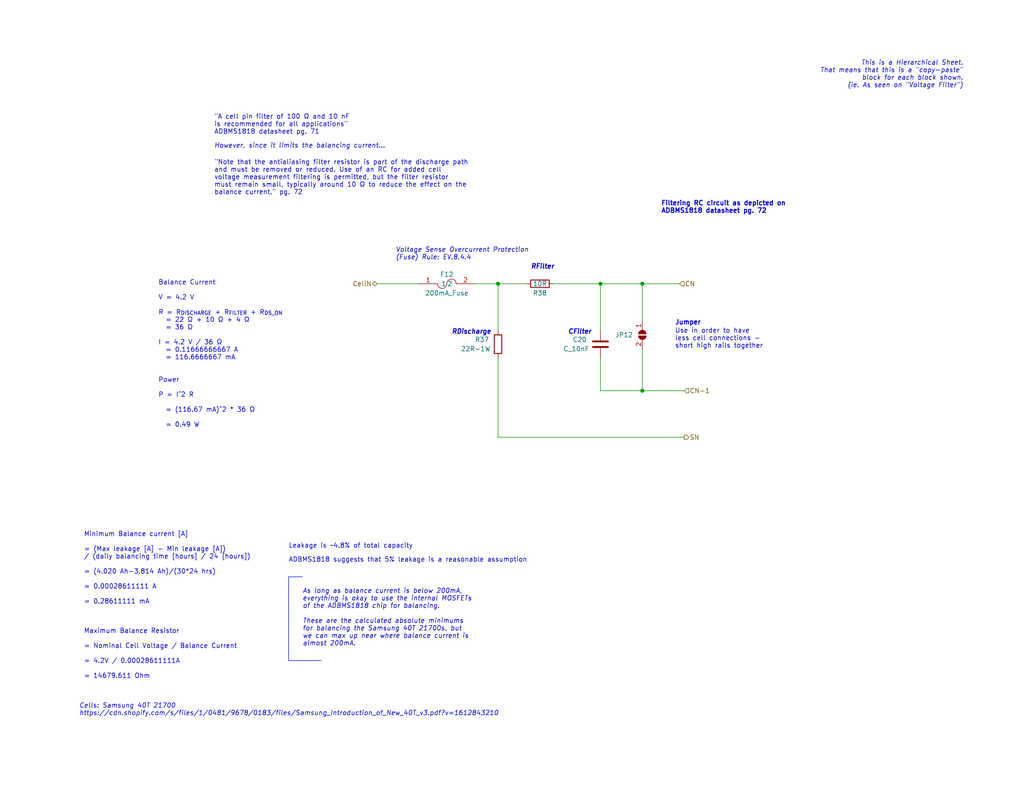
<source format=kicad_sch>
(kicad_sch (version 20250114) (generator "eeschema") (generator_version "9.0")
  (paper "A")
  (title_block (title "MkVI BMS Cell Supervisory Circuit") (date "2022-12-04") (rev "0") (company "Olin Electric Motorsports"))
  (lib_symbols
    (symbol "Jumper:SolderJumper_2_Open" (pin_names (offset 0) (hide yes))
      (property "Reference" "JP" (at 0 2.032 0))
      (property "Value" "SolderJumper_2_Open" (at 0 -2.54 0))
      (symbol "SolderJumper_2_Open_0_1"
        (polyline (pts (xy -0.254 1.016) (xy -0.254 -1.016)))
        (arc (start -0.254 -1.016) (mid -1.2656 0) (end -0.254 1.016))
        (arc (start -0.254 -1.016) (mid -1.2656 0) (end -0.254 1.016) (fill (type outline)))
        (arc (start 0.254 1.016) (mid 1.2656 0) (end 0.254 -1.016))
        (arc (start 0.254 1.016) (mid 1.2656 0) (end 0.254 -1.016) (fill (type outline)))
        (polyline (pts (xy 0.254 1.016) (xy 0.254 -1.016)))
      )
      (symbol "SolderJumper_2_Open_1_1"
        (pin passive line (at -3.81 0 0) (length 2.54) (name "A") (number "1"))
        (pin passive line (at 3.81 0 180) (length 2.54) (name "B") (number "2"))
      )
    )
    (symbol "OEM:10R" (pin_numbers (hide yes)) (pin_names (offset 0))
      (property "Reference" "R" (at 2.032 0 90))
      (property "Value" "10R" (at 0 0 90))
      (symbol "10R_0_1"
        (rectangle (start -1.016 -2.54) (end 1.016 2.54) (stroke (width 0.254)))
      )
      (symbol "10R_1_1"
        (pin passive line (at 0 3.81 270) (length 1.27) (name "~") (number "1"))
        (pin passive line (at 0 -3.81 90) (length 1.27) (name "~") (number "2"))
      )
    )
    (symbol "OEM:10nF" (pin_numbers (hide yes)) (pin_names (offset 0.254))
      (property "Reference" "C" (at 0.635 2.54 0))
      (property "Value" "10nF" (at 0.635 -2.54 0))
      (symbol "10nF_0_1"
        (polyline (pts (xy -2.032 0.762) (xy 2.032 0.762)) (stroke (width 0.508)))
        (polyline (pts (xy -2.032 -0.762) (xy 2.032 -0.762)) (stroke (width 0.508)))
      )
      (symbol "10nF_1_1"
        (pin passive line (at 0 3.81 270) (length 2.794) (name "~") (number "1"))
        (pin passive line (at 0 -3.81 90) (length 2.794) (name "~") (number "2"))
      )
    )
    (symbol "OEM:22R-1W" (pin_numbers (hide yes)) (pin_names (offset 0))
      (property "Reference" "R" (at -6.35 0 90))
      (property "Value" "22R-1W" (at -3.81 0 90))
      (symbol "22R-1W_0_1"
        (rectangle (start -1.016 -2.54) (end 1.016 2.54) (stroke (width 0.254)))
      )
      (symbol "22R-1W_1_1"
        (pin passive line (at 0 3.81 270) (length 1.27) (name "~") (number "1"))
        (pin passive line (at 0 -3.81 90) (length 1.27) (name "~") (number "2"))
      )
    )
    (symbol "OEM:F_200mA_125V" (pin_names (offset 1.016))
      (property "Reference" "F" (at 0 3.81 0))
      (property "Value" "F_200mA_125V" (at 0 -3.81 0))
      (symbol "F_200mA_125V_0_1"
        (arc (start 0 0) (mid -1.27 -1.2645) (end -2.54 0))
        (arc (start 0 0) (mid 0.3592 0.9108) (end 1.27 1.27))
        (arc (start 1.27 1.27) (mid 2.1808 0.9108) (end 2.54 0))
      )
      (symbol "F_200mA_125V_1_1"
        (pin input line (at -7.62 0 0) (length 5.08) (name "1") (number "1"))
        (pin input line (at 7.62 0 180) (length 5.08) (name "2") (number "2"))
      )
    )
  )
  (text "RDischarge" (at 123.19 91.44 0) (effects (font (size 1.27 1.27) (bold yes) (italic yes)) (justify left bottom)))
  (text "Leakage is ~4.8% of total capacity" (at 78.74 149.86 0) (effects (font (size 1.27 1.27)) (justify left bottom)))
  (text "Use in order to have\nless cell connections -\nshort high rails together" (at 184.15 95.25 0) (effects (font (size 1.27 1.27)) (justify left bottom)))
  (text "\"A cell pin filter of 100 Ω and 10 nF\nis recommended for all applications\"\nADBMS1818 datasheet pg. 71" (at 58.42 36.83 0) (effects (font (size 1.27 1.27)) (justify left bottom)))
  (text "This is a Hierarchical Sheet.\nThat means that this is a \"copy-paste\"\nblock for each block shown.\n(ie. As seen on \"Voltage Filter\")" (at 262.89 24.13 0) (effects (font (size 1.27 1.27) (italic yes)) (justify right bottom)))
  (text "CFilter" (at 154.94 91.44 0) (effects (font (size 1.27 1.27) (bold yes) (italic yes)) (justify left bottom)))
  (text "\"Note that the antialiasing filter resistor is part of the discharge path\nand must be removed or reduced. Use of an RC for added cell\nvoltage measurement filtering is permitted, but the filter resistor\nmust remain small, typically around 10 Ω to reduce the effect on the\nbalance current.\" pg. 72" (at 58.42 53.34 0) (effects (font (size 1.27 1.27)) (justify left bottom)))
  (text "Maximum Balance Resistor \n\n= Nominal Cell Voltage / Balance Current\n\n= 4.2V / 0.00028611111A\n\n= 14679.611 Ohm" (at 22.86 185.42 0) (effects (font (size 1.27 1.27)) (justify left bottom)))
  (text "However, since it limits the balancing current..." (at 58.42 40.64 0) (effects (font (size 1.27 1.27) (italic yes)) (justify left bottom)))
  (text "Minimum Balance current [A]\n\n= (Max leakage [A] - Min leakage [A]) \n/ (daily balancing time [hours] / 24 [hours])\n\n= (4.020 Ah-3.814 Ah)/(30*24 hrs) \n\n= 0.00028611111 A \n\n= 0.28611111 mA" (at 22.86 165.1 0) (effects (font (size 1.27 1.27)) (justify left bottom)))
  (text "ADBMS1818 suggests that 5% leakage is a reasonable assumption" (at 78.74 153.67 0) (effects (font (size 1.27 1.27)) (justify left bottom)))
  (text "Jumper" (at 184.15 88.9 0) (effects (font (size 1.27 1.27) (thickness 0.254) (bold yes)) (justify left bottom)))
  (text "Voltage Sense Overcurrent Protection\n(Fuse) Rule: EV.8.4.4" (at 107.95 71.12 0) (effects (font (size 1.27 1.27) (italic yes)) (justify left bottom)))
  (text "As long as balance current is below 200mA,\neverything is okay to use the internal MOSFETs\nof the ADBMS1818 chip for balancing.\n\nThese are the calculated absolute minimums\nfor balancing the Samsung 40T 21700s, but\nwe can max up near where balance current is\nalmost 200mA." (at 82.55 176.53 0) (effects (font (size 1.27 1.27) (italic yes)) (justify left bottom)))
  (text "Filtering RC circuit as depicted on\nADBMS1818 datasheet pg. 72" (at 180.34 58.42 0) (effects (font (size 1.27 1.27) (thickness 0.254) (bold yes)) (justify left bottom)))
  (text "RFilter" (at 144.78 73.66 0) (effects (font (size 1.27 1.27) (bold yes) (italic yes)) (justify left bottom)))
  (text "Balance Current\n\nV = 4.2 V\n\nR = R_{DISCHARGE} + R_{FILTER} + R_{DS_ON}\n  = 22 Ω + 10 Ω + 4 Ω\n  = 36 Ω\n\nI = 4.2 V / 36 Ω\n  = 0.11666666667 A\n  = 116.6666667 mA\n\n\nPower\n\nP = I^2 R\n\n  = (116.67 mA)^2 * 36 Ω\n\n  = 0.49 W" (at 43.18 116.84 0) (effects (font (size 1.27 1.27)) (justify left bottom)))
  (text "Cells: Samsung 40T 21700\nhttps://cdn.shopify.com/s/files/1/0481/9678/0183/files/Samsung_Introduction_of_New_40T_v3.pdf?v=1612843210" (at 21.59 195.58 0) (effects (font (size 1.27 1.27) (italic yes)) (justify left bottom)))
  (junction (at 175.26 77.47))
  (junction (at 175.26 106.68))
  (junction (at 135.89 77.47))
  (junction (at 163.83 77.47))
  (polyline (pts (xy 78.74 180.34) (xy 87.63 180.34)))
  (wire (pts (xy 163.83 77.47) (xy 175.26 77.47)))
  (wire (pts (xy 163.83 97.79) (xy 163.83 106.68)))
  (wire (pts (xy 102.87 77.47) (xy 114.3 77.47)))
  (polyline (pts (xy 82.55 157.48) (xy 78.74 157.48)))
  (wire (pts (xy 135.89 119.38) (xy 135.89 97.79)))
  (wire (pts (xy 163.83 77.47) (xy 163.83 90.17)))
  (wire (pts (xy 135.89 119.38) (xy 186.69 119.38)))
  (polyline (pts (xy 78.74 157.48) (xy 78.74 180.34)))
  (wire (pts (xy 135.89 77.47) (xy 135.89 90.17)))
  (wire (pts (xy 135.89 77.47) (xy 143.51 77.47)))
  (wire (pts (xy 151.13 77.47) (xy 163.83 77.47)))
  (wire (pts (xy 175.26 95.25) (xy 175.26 106.68)))
  (wire (pts (xy 163.83 106.68) (xy 175.26 106.68)))
  (wire (pts (xy 175.26 77.47) (xy 175.26 87.63)))
  (wire (pts (xy 175.26 77.47) (xy 185.42 77.47)))
  (wire (pts (xy 175.26 106.68) (xy 186.69 106.68)))
  (wire (pts (xy 129.54 77.47) (xy 135.89 77.47)))
  (hierarchical_label "CN" (shape input) (at 185.42 77.47 0))
  (hierarchical_label "CellN" (shape bidirectional) (at 102.87 77.47 180))
  (hierarchical_label "CN-1" (shape input) (at 186.69 106.68 0))
  (hierarchical_label "SN" (shape output) (at 186.69 119.38 0))
  (symbol (lib_id "OEM:10nF") (at 163.83 93.98 0) (unit 1)
    (property "Reference" "C9" (at 156.21 92.71 0) (effects (justify left)))
    (property "Value" "C_10nF" (at 153.67 95.25 0) (effects (justify left)))
    (property "Footprint" "OEM:C_0603" (effects (hide yes)))
    (property "Datasheet" "${OEM_DIR}/parts/datasheets/samsung_CL10B103KB8NNNC.pdf" (effects (hide yes)))
    (property "MFN" "Samsung Electro-Mechanics" (effects (hide yes)))
    (property "MPN" "CL10B103KB8NNNC" (effects (hide yes)))
    (property "DKPN" "1276-1009-2-ND" (effects (hide yes)))
    (property "Package" "0603" (effects (hide yes)))
    (property "Stocked" "Reel" (effects (hide yes)))
    (property "NewDesigns" "YES" (effects (hide yes)))
    (property "Style" "SMD" (effects (hide yes)))
    (instances (project "bms_csc" (path "" (reference "C20") (unit 1)) (path "" (reference "C23") (unit 1)) (path "" (reference "C18") (unit 1)) (path "" (reference "C12") (unit 1)) (path "" (reference "C16") (unit 1)) (path "" (reference "C24") (unit 1)) (path "" (reference "C11") (unit 1)) (path "" (reference "C19") (unit 1)) (path "" (reference "C21") (unit 1)) (path "" (reference "C22") (unit 1)) (path "" (reference "C17") (unit 1)) (path "" (reference "C9") (unit 1)) (path "" (reference "C13") (unit 1)) (path "" (reference "C25") (unit 1)) (path "" (reference "C10") (unit 1)) (path "" (reference "C15") (unit 1)) (path "" (reference "C14") (unit 1)) (path "" (reference "C26") (unit 1))))
  )
  (symbol (lib_id "OEM:F_200mA_125V") (at 121.92 77.47 0) (unit 1)
    (property "Reference" "F1" (at 121.92 74.93 0))
    (property "Value" "200mA_Fuse" (at 121.92 80.01 0))
    (property "Footprint" "Fuse:Fuse_1206_3216Metric" (effects (hide yes)))
    (property "MPN" "0466.200NRHF" (effects (hide yes)))
    (property "MFN" "Littlefuse" (effects (hide yes)))
    (property "DKPN" "F5691CT-ND" (effects (hide yes)))
    (property "NewDesigns" "YES" (effects (hide yes)))
    (property "Stocked" "F5691DKR-ND" (effects (hide yes)))
    (property "Package" "1206" (effects (hide yes)))
    (property "Style" "SMD" (effects (hide yes)))
    (instances (project "bms_csc" (path "" (reference "F12") (unit 1)) (path "" (reference "F15") (unit 1)) (path "" (reference "F10") (unit 1)) (path "" (reference "F4") (unit 1)) (path "" (reference "F8") (unit 1)) (path "" (reference "F16") (unit 1)) (path "" (reference "F3") (unit 1)) (path "" (reference "F11") (unit 1)) (path "" (reference "F13") (unit 1)) (path "" (reference "F14") (unit 1)) (path "" (reference "F9") (unit 1)) (path "" (reference "F1") (unit 1)) (path "" (reference "F5") (unit 1)) (path "" (reference "F17") (unit 1)) (path "" (reference "F2") (unit 1)) (path "" (reference "F7") (unit 1)) (path "" (reference "F6") (unit 1)) (path "" (reference "F18") (unit 1))))
  )
  (symbol (lib_id "OEM:22R-1W") (at 135.89 93.98 0) (unit 1)
    (property "Reference" "R15" (at 129.54 92.71 0) (effects (justify left)))
    (property "Value" "22R-1W" (at 125.73 95.25 0) (effects (justify left)))
    (property "Footprint" "Resistor_SMD:R_2512_6332Metric" (effects (hide yes)))
    (property "Datasheet" "https://www.te.com/commerce/DocumentDelivery/DDEController?Action=srchrtrv&DocNm=1773139&DocType=DS&DocLang=English" (effects (hide yes)))
    (property "MPN" "352022RJT" (effects (hide yes)))
    (property "MFN" "TE Connectivity Passive Product" (effects (hide yes)))
    (property "DKPN" "A102515DKR-ND" (effects (hide yes)))
    (property "NewDesigns" "YES" (effects (hide yes)))
    (property "Stocked" "Digi-Reel" (effects (hide yes)))
    (property "Package" "2512" (effects (hide yes)))
    (property "Style" "SMD" (effects (hide yes)))
    (instances (project "bms_csc" (path "" (reference "R37") (unit 1)) (path "" (reference "R43") (unit 1)) (path "" (reference "R33") (unit 1)) (path "" (reference "R21") (unit 1)) (path "" (reference "R29") (unit 1)) (path "" (reference "R45") (unit 1)) (path "" (reference "R19") (unit 1)) (path "" (reference "R35") (unit 1)) (path "" (reference "R39") (unit 1)) (path "" (reference "R41") (unit 1)) (path "" (reference "R31") (unit 1)) (path "" (reference "R15") (unit 1)) (path "" (reference "R23") (unit 1)) (path "" (reference "R47") (unit 1)) (path "" (reference "R17") (unit 1)) (path "" (reference "R27") (unit 1)) (path "" (reference "R25") (unit 1)) (path "" (reference "R49") (unit 1))))
  )
  (symbol (lib_id "OEM:10R") (at 147.32 77.47 90) (unit 1)
    (property "Reference" "R16" (at 147.32 80.01 90))
    (property "Value" "10R" (at 147.32 77.47 90))
    (property "Footprint" "OEM:R_0603" (effects (hide yes)))
    (property "Datasheet" "https://www.koaspeer.com/pdfs/SG73P.pdf" (effects (hide yes)))
    (property "MFN" "KOA Speer Electronics, Inc." (effects (hide yes)))
    (property "MPN" "SG73P1JTTD100J" (effects (hide yes)))
    (property "DKPN" "2019-SG73P1JTTD100JDKR-ND" (effects (hide yes)))
    (property "NewDesigns" "YES" (effects (hide yes)))
    (property "Stocked" "Digi-Reel" (effects (hide yes)))
    (property "Package" "0603" (effects (hide yes)))
    (property "Style" "SMD" (effects (hide yes)))
    (instances (project "bms_csc" (path "" (reference "R38") (unit 1)) (path "" (reference "R44") (unit 1)) (path "" (reference "R34") (unit 1)) (path "" (reference "R22") (unit 1)) (path "" (reference "R30") (unit 1)) (path "" (reference "R46") (unit 1)) (path "" (reference "R20") (unit 1)) (path "" (reference "R36") (unit 1)) (path "" (reference "R40") (unit 1)) (path "" (reference "R42") (unit 1)) (path "" (reference "R32") (unit 1)) (path "" (reference "R16") (unit 1)) (path "" (reference "R24") (unit 1)) (path "" (reference "R48") (unit 1)) (path "" (reference "R18") (unit 1)) (path "" (reference "R28") (unit 1)) (path "" (reference "R26") (unit 1)) (path "" (reference "R50") (unit 1))))
  )
  (symbol (lib_id "Jumper:SolderJumper_2_Open") (at 175.26 91.44 270) (unit 1) (in_bom no)
    (property "Reference" "JP1" (at 172.72 91.44 90) (effects (justify right)))
    (property "Value" "SolderJumper_2_Open" (effects (hide yes)))
    (property "Footprint" "Jumper:SolderJumper-2_P1.3mm_Open_TrianglePad1.0x1.5mm" (effects (hide yes)))
    (instances (project "bms_csc" (path "" (reference "JP12") (unit 1)) (path "" (reference "JP15") (unit 1)) (path "" (reference "JP10") (unit 1)) (path "" (reference "JP4") (unit 1)) (path "" (reference "JP8") (unit 1)) (path "" (reference "JP16") (unit 1)) (path "" (reference "JP3") (unit 1)) (path "" (reference "JP11") (unit 1)) (path "" (reference "JP13") (unit 1)) (path "" (reference "JP14") (unit 1)) (path "" (reference "JP9") (unit 1)) (path "" (reference "JP1") (unit 1)) (path "" (reference "JP5") (unit 1)) (path "" (reference "JP17") (unit 1)) (path "" (reference "JP2") (unit 1)) (path "" (reference "JP7") (unit 1)) (path "" (reference "JP6") (unit 1)) (path "" (reference "JP18") (unit 1))))
  )
)
</source>
